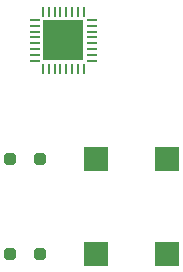
<source format=gbr>
%TF.GenerationSoftware,KiCad,Pcbnew,8.0.0*%
%TF.CreationDate,2024-03-06T12:54:27+05:00*%
%TF.ProjectId,keeb,6b656562-2e6b-4696-9361-645f70636258,rev?*%
%TF.SameCoordinates,Original*%
%TF.FileFunction,Soldermask,Top*%
%TF.FilePolarity,Negative*%
%FSLAX46Y46*%
G04 Gerber Fmt 4.6, Leading zero omitted, Abs format (unit mm)*
G04 Created by KiCad (PCBNEW 8.0.0) date 2024-03-06 12:54:27*
%MOMM*%
%LPD*%
G01*
G04 APERTURE LIST*
G04 Aperture macros list*
%AMRoundRect*
0 Rectangle with rounded corners*
0 $1 Rounding radius*
0 $2 $3 $4 $5 $6 $7 $8 $9 X,Y pos of 4 corners*
0 Add a 4 corners polygon primitive as box body*
4,1,4,$2,$3,$4,$5,$6,$7,$8,$9,$2,$3,0*
0 Add four circle primitives for the rounded corners*
1,1,$1+$1,$2,$3*
1,1,$1+$1,$4,$5*
1,1,$1+$1,$6,$7*
1,1,$1+$1,$8,$9*
0 Add four rect primitives between the rounded corners*
20,1,$1+$1,$2,$3,$4,$5,0*
20,1,$1+$1,$4,$5,$6,$7,0*
20,1,$1+$1,$6,$7,$8,$9,0*
20,1,$1+$1,$8,$9,$2,$3,0*%
G04 Aperture macros list end*
%ADD10R,2.000000X2.000000*%
%ADD11RoundRect,0.250000X-0.250000X-0.250000X0.250000X-0.250000X0.250000X0.250000X-0.250000X0.250000X0*%
%ADD12RoundRect,0.062500X-0.375000X-0.062500X0.375000X-0.062500X0.375000X0.062500X-0.375000X0.062500X0*%
%ADD13RoundRect,0.062500X-0.062500X-0.375000X0.062500X-0.375000X0.062500X0.375000X-0.062500X0.375000X0*%
%ADD14R,3.450000X3.450000*%
G04 APERTURE END LIST*
D10*
%TO.C,SW16*%
X166000000Y-65000000D03*
X172000000Y-65000000D03*
%TD*%
D11*
%TO.C,D2*%
X158750000Y-73000000D03*
X161250000Y-73000000D03*
%TD*%
D10*
%TO.C,SW1*%
X166000000Y-73000000D03*
X172000000Y-73000000D03*
%TD*%
D12*
%TO.C,U1*%
X160812500Y-53187500D03*
X160812500Y-53687500D03*
X160812500Y-54187500D03*
X160812500Y-54687500D03*
X160812500Y-55187500D03*
X160812500Y-55687500D03*
X160812500Y-56187500D03*
X160812500Y-56687500D03*
D13*
X161500000Y-57375000D03*
X162000000Y-57375000D03*
X162500000Y-57375000D03*
X163000000Y-57375000D03*
X163500000Y-57375000D03*
X164000000Y-57375000D03*
X164500000Y-57375000D03*
X165000000Y-57375000D03*
D12*
X165687500Y-56687500D03*
X165687500Y-56187500D03*
X165687500Y-55687500D03*
X165687500Y-55187500D03*
X165687500Y-54687500D03*
X165687500Y-54187500D03*
X165687500Y-53687500D03*
X165687500Y-53187500D03*
D13*
X165000000Y-52500000D03*
X164500000Y-52500000D03*
X164000000Y-52500000D03*
X163500000Y-52500000D03*
X163000000Y-52500000D03*
X162500000Y-52500000D03*
X162000000Y-52500000D03*
X161500000Y-52500000D03*
D14*
X163250000Y-54937500D03*
%TD*%
D11*
%TO.C,D1*%
X158750000Y-65000000D03*
X161250000Y-65000000D03*
%TD*%
M02*

</source>
